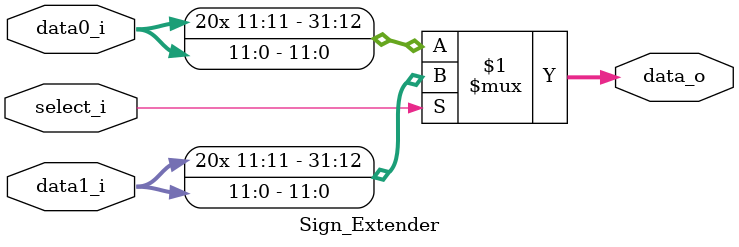
<source format=v>
`timescale 1ns / 1ps

module Sign_Extender(
    select_i,
    data0_i,
    data1_i,
    data_o     
);
input [11:0] data0_i,data1_i;
input select_i;
output[31:0] data_o;

assign data_o = (select_i)? {{20{data1_i[11]}},data1_i} : {{20{data0_i[11]}},data0_i} ; 

endmodule
</source>
